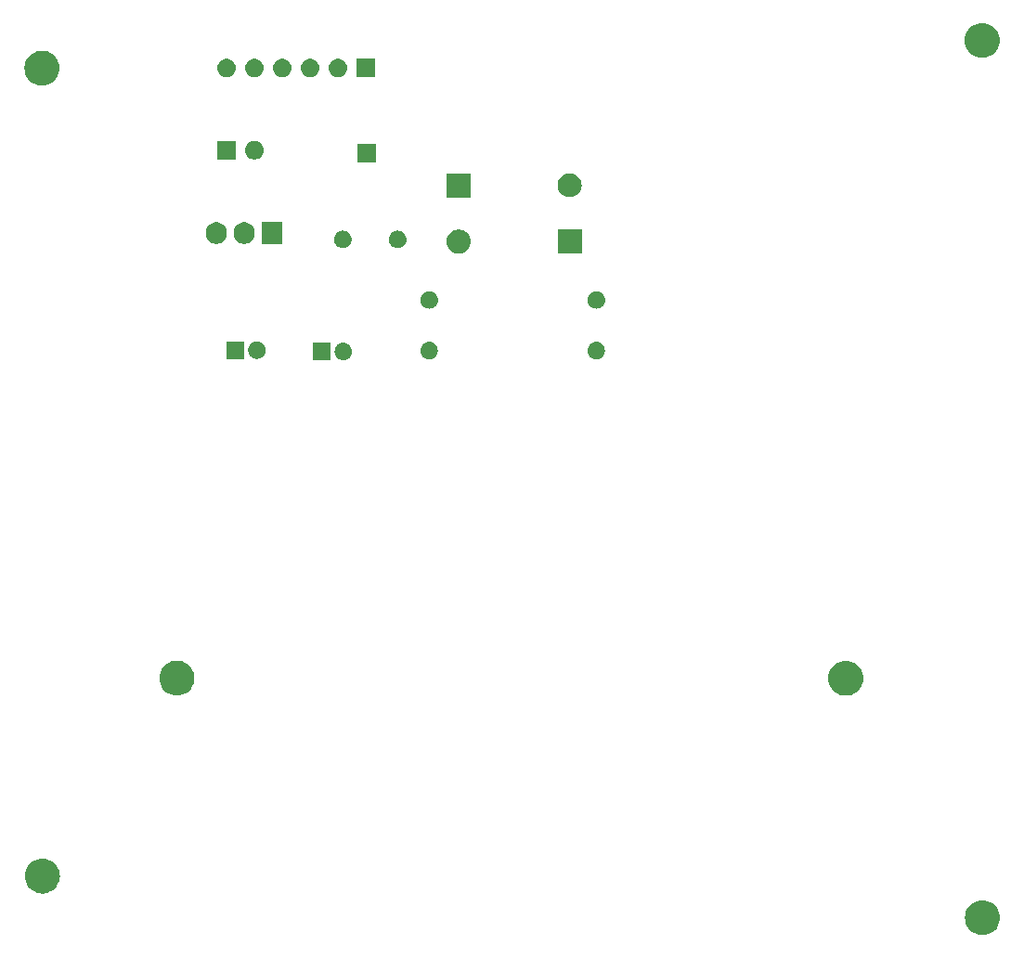
<source format=gbr>
%TF.GenerationSoftware,KiCad,Pcbnew,8.0.3*%
%TF.CreationDate,2024-06-12T06:35:03+01:00*%
%TF.ProjectId,power_sources,706f7765-725f-4736-9f75-726365732e6b,rev?*%
%TF.SameCoordinates,Original*%
%TF.FileFunction,Soldermask,Bot*%
%TF.FilePolarity,Negative*%
%FSLAX46Y46*%
G04 Gerber Fmt 4.6, Leading zero omitted, Abs format (unit mm)*
G04 Created by KiCad (PCBNEW 8.0.3) date 2024-06-12 06:35:03*
%MOMM*%
%LPD*%
G01*
G04 APERTURE LIST*
G04 APERTURE END LIST*
G36*
X181200295Y-123759699D02*
G01*
X181444427Y-123818310D01*
X181676385Y-123914390D01*
X181890456Y-124045573D01*
X182081371Y-124208629D01*
X182244427Y-124399544D01*
X182375610Y-124613615D01*
X182471690Y-124845573D01*
X182530301Y-125089705D01*
X182550000Y-125340000D01*
X182530301Y-125590295D01*
X182471690Y-125834427D01*
X182375610Y-126066385D01*
X182244427Y-126280456D01*
X182081371Y-126471371D01*
X181890456Y-126634427D01*
X181676385Y-126765610D01*
X181444427Y-126861690D01*
X181200295Y-126920301D01*
X180950000Y-126940000D01*
X180699705Y-126920301D01*
X180455573Y-126861690D01*
X180223615Y-126765610D01*
X180009544Y-126634427D01*
X179818629Y-126471371D01*
X179655573Y-126280456D01*
X179524390Y-126066385D01*
X179428310Y-125834427D01*
X179369699Y-125590295D01*
X179350000Y-125340000D01*
X179369699Y-125089705D01*
X179428310Y-124845573D01*
X179524390Y-124613615D01*
X179655573Y-124399544D01*
X179818629Y-124208629D01*
X180009544Y-124045573D01*
X180223615Y-123914390D01*
X180455573Y-123818310D01*
X180699705Y-123759699D01*
X180950000Y-123740000D01*
X181200295Y-123759699D01*
G37*
G36*
X95460295Y-119959699D02*
G01*
X95704427Y-120018310D01*
X95936385Y-120114390D01*
X96150456Y-120245573D01*
X96341371Y-120408629D01*
X96504427Y-120599544D01*
X96635610Y-120813615D01*
X96731690Y-121045573D01*
X96790301Y-121289705D01*
X96810000Y-121540000D01*
X96790301Y-121790295D01*
X96731690Y-122034427D01*
X96635610Y-122266385D01*
X96504427Y-122480456D01*
X96341371Y-122671371D01*
X96150456Y-122834427D01*
X95936385Y-122965610D01*
X95704427Y-123061690D01*
X95460295Y-123120301D01*
X95210000Y-123140000D01*
X94959705Y-123120301D01*
X94715573Y-123061690D01*
X94483615Y-122965610D01*
X94269544Y-122834427D01*
X94078629Y-122671371D01*
X93915573Y-122480456D01*
X93784390Y-122266385D01*
X93688310Y-122034427D01*
X93629699Y-121790295D01*
X93610000Y-121540000D01*
X93629699Y-121289705D01*
X93688310Y-121045573D01*
X93784390Y-120813615D01*
X93915573Y-120599544D01*
X94078629Y-120408629D01*
X94269544Y-120245573D01*
X94483615Y-120114390D01*
X94715573Y-120018310D01*
X94959705Y-119959699D01*
X95210000Y-119940000D01*
X95460295Y-119959699D01*
G37*
G36*
X168730295Y-101919699D02*
G01*
X168974427Y-101978310D01*
X169206385Y-102074390D01*
X169420456Y-102205573D01*
X169611371Y-102368629D01*
X169774427Y-102559544D01*
X169905610Y-102773615D01*
X170001690Y-103005573D01*
X170060301Y-103249705D01*
X170080000Y-103500000D01*
X170060301Y-103750295D01*
X170001690Y-103994427D01*
X169905610Y-104226385D01*
X169774427Y-104440456D01*
X169611371Y-104631371D01*
X169420456Y-104794427D01*
X169206385Y-104925610D01*
X168974427Y-105021690D01*
X168730295Y-105080301D01*
X168480000Y-105100000D01*
X168229705Y-105080301D01*
X167985573Y-105021690D01*
X167753615Y-104925610D01*
X167539544Y-104794427D01*
X167348629Y-104631371D01*
X167185573Y-104440456D01*
X167054390Y-104226385D01*
X166958310Y-103994427D01*
X166899699Y-103750295D01*
X166880000Y-103500000D01*
X166899699Y-103249705D01*
X166958310Y-103005573D01*
X167054390Y-102773615D01*
X167185573Y-102559544D01*
X167348629Y-102368629D01*
X167539544Y-102205573D01*
X167753615Y-102074390D01*
X167985573Y-101978310D01*
X168229705Y-101919699D01*
X168480000Y-101900000D01*
X168730295Y-101919699D01*
G37*
G36*
X107730295Y-101909699D02*
G01*
X107974427Y-101968310D01*
X108206385Y-102064390D01*
X108420456Y-102195573D01*
X108611371Y-102358629D01*
X108774427Y-102549544D01*
X108905610Y-102763615D01*
X109001690Y-102995573D01*
X109060301Y-103239705D01*
X109080000Y-103490000D01*
X109060301Y-103740295D01*
X109001690Y-103984427D01*
X108905610Y-104216385D01*
X108774427Y-104430456D01*
X108611371Y-104621371D01*
X108420456Y-104784427D01*
X108206385Y-104915610D01*
X107974427Y-105011690D01*
X107730295Y-105070301D01*
X107480000Y-105090000D01*
X107229705Y-105070301D01*
X106985573Y-105011690D01*
X106753615Y-104915610D01*
X106539544Y-104784427D01*
X106348629Y-104621371D01*
X106185573Y-104430456D01*
X106054390Y-104216385D01*
X105958310Y-103984427D01*
X105899699Y-103740295D01*
X105880000Y-103490000D01*
X105899699Y-103239705D01*
X105958310Y-102995573D01*
X106054390Y-102763615D01*
X106185573Y-102549544D01*
X106348629Y-102358629D01*
X106539544Y-102195573D01*
X106753615Y-102064390D01*
X106985573Y-101968310D01*
X107229705Y-101909699D01*
X107480000Y-101890000D01*
X107730295Y-101909699D01*
G37*
G36*
X121450000Y-74490000D02*
G01*
X119850000Y-74490000D01*
X119850000Y-72890000D01*
X121450000Y-72890000D01*
X121450000Y-74490000D01*
G37*
G36*
X122691811Y-72894711D02*
G01*
X122733588Y-72894711D01*
X122780718Y-72904728D01*
X122828017Y-72910058D01*
X122862408Y-72922092D01*
X122897110Y-72929468D01*
X122947117Y-72951733D01*
X122997107Y-72969225D01*
X123023128Y-72985575D01*
X123049835Y-72997466D01*
X123099633Y-73033646D01*
X123148792Y-73064535D01*
X123166444Y-73082187D01*
X123185084Y-73095730D01*
X123231165Y-73146908D01*
X123275465Y-73191208D01*
X123285654Y-73207424D01*
X123296946Y-73219965D01*
X123335573Y-73286870D01*
X123370775Y-73342893D01*
X123375170Y-73355453D01*
X123380535Y-73364746D01*
X123408010Y-73449305D01*
X123429942Y-73511983D01*
X123430773Y-73519363D01*
X123432195Y-73523738D01*
X123445076Y-73646306D01*
X123450000Y-73690000D01*
X123445076Y-73733697D01*
X123432195Y-73856261D01*
X123430773Y-73860635D01*
X123429942Y-73868017D01*
X123408005Y-73930707D01*
X123380535Y-74015253D01*
X123375171Y-74024543D01*
X123370775Y-74037107D01*
X123335566Y-74093140D01*
X123296946Y-74160034D01*
X123285656Y-74172572D01*
X123275465Y-74188792D01*
X123231155Y-74233101D01*
X123185084Y-74284269D01*
X123166448Y-74297808D01*
X123148792Y-74315465D01*
X123099623Y-74346359D01*
X123049835Y-74382533D01*
X123023134Y-74394421D01*
X122997107Y-74410775D01*
X122947107Y-74428270D01*
X122897110Y-74450531D01*
X122862414Y-74457905D01*
X122828017Y-74469942D01*
X122780715Y-74475271D01*
X122733588Y-74485289D01*
X122691811Y-74485289D01*
X122650000Y-74490000D01*
X122608189Y-74485289D01*
X122566412Y-74485289D01*
X122519284Y-74475271D01*
X122471983Y-74469942D01*
X122437586Y-74457906D01*
X122402889Y-74450531D01*
X122352887Y-74428268D01*
X122302893Y-74410775D01*
X122276868Y-74394422D01*
X122250164Y-74382533D01*
X122200369Y-74346355D01*
X122151208Y-74315465D01*
X122133554Y-74297811D01*
X122114915Y-74284269D01*
X122068833Y-74233090D01*
X122024535Y-74188792D01*
X122014345Y-74172575D01*
X122003053Y-74160034D01*
X121964420Y-74093120D01*
X121929225Y-74037107D01*
X121924830Y-74024547D01*
X121919464Y-74015253D01*
X121891980Y-73930667D01*
X121870058Y-73868017D01*
X121869226Y-73860639D01*
X121867804Y-73856261D01*
X121854908Y-73733565D01*
X121850000Y-73690000D01*
X121854908Y-73646438D01*
X121867804Y-73523738D01*
X121869226Y-73519358D01*
X121870058Y-73511983D01*
X121891975Y-73449345D01*
X121919464Y-73364746D01*
X121924831Y-73355449D01*
X121929225Y-73342893D01*
X121964413Y-73286890D01*
X122003053Y-73219965D01*
X122014347Y-73207421D01*
X122024535Y-73191208D01*
X122068826Y-73146916D01*
X122114917Y-73095728D01*
X122133559Y-73082183D01*
X122151208Y-73064535D01*
X122200354Y-73033654D01*
X122250162Y-72997467D01*
X122276873Y-72985574D01*
X122302893Y-72969225D01*
X122352877Y-72951734D01*
X122402889Y-72929468D01*
X122437592Y-72922091D01*
X122471983Y-72910058D01*
X122519281Y-72904728D01*
X122566412Y-72894711D01*
X122608189Y-72894711D01*
X122650000Y-72890000D01*
X122691811Y-72894711D01*
G37*
G36*
X130521811Y-72814711D02*
G01*
X130563588Y-72814711D01*
X130610718Y-72824728D01*
X130658017Y-72830058D01*
X130692408Y-72842092D01*
X130727110Y-72849468D01*
X130777117Y-72871733D01*
X130827107Y-72889225D01*
X130853128Y-72905575D01*
X130879835Y-72917466D01*
X130929633Y-72953646D01*
X130978792Y-72984535D01*
X130996444Y-73002187D01*
X131015084Y-73015730D01*
X131061165Y-73066908D01*
X131105465Y-73111208D01*
X131115654Y-73127424D01*
X131126946Y-73139965D01*
X131165573Y-73206870D01*
X131200775Y-73262893D01*
X131205170Y-73275453D01*
X131210535Y-73284746D01*
X131238010Y-73369305D01*
X131259942Y-73431983D01*
X131260773Y-73439363D01*
X131262195Y-73443738D01*
X131275076Y-73566306D01*
X131280000Y-73610000D01*
X131275076Y-73653697D01*
X131262195Y-73776261D01*
X131260773Y-73780635D01*
X131259942Y-73788017D01*
X131238005Y-73850707D01*
X131210535Y-73935253D01*
X131205171Y-73944543D01*
X131200775Y-73957107D01*
X131165566Y-74013140D01*
X131126946Y-74080034D01*
X131115656Y-74092572D01*
X131105465Y-74108792D01*
X131061155Y-74153101D01*
X131015084Y-74204269D01*
X130996448Y-74217808D01*
X130978792Y-74235465D01*
X130929623Y-74266359D01*
X130879835Y-74302533D01*
X130853134Y-74314421D01*
X130827107Y-74330775D01*
X130777107Y-74348270D01*
X130727110Y-74370531D01*
X130692414Y-74377905D01*
X130658017Y-74389942D01*
X130610715Y-74395271D01*
X130563588Y-74405289D01*
X130521811Y-74405289D01*
X130480000Y-74410000D01*
X130438189Y-74405289D01*
X130396412Y-74405289D01*
X130349284Y-74395271D01*
X130301983Y-74389942D01*
X130267586Y-74377906D01*
X130232889Y-74370531D01*
X130182887Y-74348268D01*
X130132893Y-74330775D01*
X130106868Y-74314422D01*
X130080164Y-74302533D01*
X130030369Y-74266355D01*
X129981208Y-74235465D01*
X129963554Y-74217811D01*
X129944915Y-74204269D01*
X129898833Y-74153090D01*
X129854535Y-74108792D01*
X129844345Y-74092575D01*
X129833053Y-74080034D01*
X129794420Y-74013120D01*
X129759225Y-73957107D01*
X129754830Y-73944547D01*
X129749464Y-73935253D01*
X129721980Y-73850667D01*
X129700058Y-73788017D01*
X129699226Y-73780639D01*
X129697804Y-73776261D01*
X129684908Y-73653565D01*
X129680000Y-73610000D01*
X129684908Y-73566438D01*
X129697804Y-73443738D01*
X129699226Y-73439358D01*
X129700058Y-73431983D01*
X129721975Y-73369345D01*
X129749464Y-73284746D01*
X129754831Y-73275449D01*
X129759225Y-73262893D01*
X129794413Y-73206890D01*
X129833053Y-73139965D01*
X129844347Y-73127421D01*
X129854535Y-73111208D01*
X129898826Y-73066916D01*
X129944917Y-73015728D01*
X129963559Y-73002183D01*
X129981208Y-72984535D01*
X130030354Y-72953654D01*
X130080162Y-72917467D01*
X130106873Y-72905574D01*
X130132893Y-72889225D01*
X130182877Y-72871734D01*
X130232889Y-72849468D01*
X130267592Y-72842091D01*
X130301983Y-72830058D01*
X130349281Y-72824728D01*
X130396412Y-72814711D01*
X130438189Y-72814711D01*
X130480000Y-72810000D01*
X130521811Y-72814711D01*
G37*
G36*
X145761811Y-72814711D02*
G01*
X145803588Y-72814711D01*
X145850718Y-72824728D01*
X145898017Y-72830058D01*
X145932408Y-72842092D01*
X145967110Y-72849468D01*
X146017117Y-72871733D01*
X146067107Y-72889225D01*
X146093128Y-72905575D01*
X146119835Y-72917466D01*
X146169633Y-72953646D01*
X146218792Y-72984535D01*
X146236444Y-73002187D01*
X146255084Y-73015730D01*
X146301165Y-73066908D01*
X146345465Y-73111208D01*
X146355654Y-73127424D01*
X146366946Y-73139965D01*
X146405573Y-73206870D01*
X146440775Y-73262893D01*
X146445170Y-73275453D01*
X146450535Y-73284746D01*
X146478010Y-73369305D01*
X146499942Y-73431983D01*
X146500773Y-73439363D01*
X146502195Y-73443738D01*
X146515076Y-73566306D01*
X146520000Y-73610000D01*
X146515076Y-73653697D01*
X146502195Y-73776261D01*
X146500773Y-73780635D01*
X146499942Y-73788017D01*
X146478005Y-73850707D01*
X146450535Y-73935253D01*
X146445171Y-73944543D01*
X146440775Y-73957107D01*
X146405566Y-74013140D01*
X146366946Y-74080034D01*
X146355656Y-74092572D01*
X146345465Y-74108792D01*
X146301155Y-74153101D01*
X146255084Y-74204269D01*
X146236448Y-74217808D01*
X146218792Y-74235465D01*
X146169623Y-74266359D01*
X146119835Y-74302533D01*
X146093134Y-74314421D01*
X146067107Y-74330775D01*
X146017107Y-74348270D01*
X145967110Y-74370531D01*
X145932414Y-74377905D01*
X145898017Y-74389942D01*
X145850715Y-74395271D01*
X145803588Y-74405289D01*
X145761811Y-74405289D01*
X145720000Y-74410000D01*
X145678189Y-74405289D01*
X145636412Y-74405289D01*
X145589284Y-74395271D01*
X145541983Y-74389942D01*
X145507586Y-74377906D01*
X145472889Y-74370531D01*
X145422887Y-74348268D01*
X145372893Y-74330775D01*
X145346868Y-74314422D01*
X145320164Y-74302533D01*
X145270369Y-74266355D01*
X145221208Y-74235465D01*
X145203554Y-74217811D01*
X145184915Y-74204269D01*
X145138833Y-74153090D01*
X145094535Y-74108792D01*
X145084345Y-74092575D01*
X145073053Y-74080034D01*
X145034420Y-74013120D01*
X144999225Y-73957107D01*
X144994830Y-73944547D01*
X144989464Y-73935253D01*
X144961980Y-73850667D01*
X144940058Y-73788017D01*
X144939226Y-73780639D01*
X144937804Y-73776261D01*
X144924908Y-73653565D01*
X144920000Y-73610000D01*
X144924908Y-73566438D01*
X144937804Y-73443738D01*
X144939226Y-73439358D01*
X144940058Y-73431983D01*
X144961975Y-73369345D01*
X144989464Y-73284746D01*
X144994831Y-73275449D01*
X144999225Y-73262893D01*
X145034413Y-73206890D01*
X145073053Y-73139965D01*
X145084347Y-73127421D01*
X145094535Y-73111208D01*
X145138826Y-73066916D01*
X145184917Y-73015728D01*
X145203559Y-73002183D01*
X145221208Y-72984535D01*
X145270354Y-72953654D01*
X145320162Y-72917467D01*
X145346873Y-72905574D01*
X145372893Y-72889225D01*
X145422877Y-72871734D01*
X145472889Y-72849468D01*
X145507592Y-72842091D01*
X145541983Y-72830058D01*
X145589281Y-72824728D01*
X145636412Y-72814711D01*
X145678189Y-72814711D01*
X145720000Y-72810000D01*
X145761811Y-72814711D01*
G37*
G36*
X113574900Y-74380000D02*
G01*
X111974900Y-74380000D01*
X111974900Y-72780000D01*
X113574900Y-72780000D01*
X113574900Y-74380000D01*
G37*
G36*
X114816711Y-72784711D02*
G01*
X114858488Y-72784711D01*
X114905618Y-72794728D01*
X114952917Y-72800058D01*
X114987308Y-72812092D01*
X115022010Y-72819468D01*
X115072017Y-72841733D01*
X115122007Y-72859225D01*
X115148028Y-72875575D01*
X115174735Y-72887466D01*
X115224533Y-72923646D01*
X115273692Y-72954535D01*
X115291344Y-72972187D01*
X115309984Y-72985730D01*
X115356065Y-73036908D01*
X115400365Y-73081208D01*
X115410554Y-73097424D01*
X115421846Y-73109965D01*
X115460473Y-73176870D01*
X115495675Y-73232893D01*
X115500070Y-73245453D01*
X115505435Y-73254746D01*
X115532910Y-73339305D01*
X115554842Y-73401983D01*
X115555673Y-73409363D01*
X115557095Y-73413738D01*
X115569976Y-73536306D01*
X115574900Y-73580000D01*
X115569976Y-73623697D01*
X115557095Y-73746261D01*
X115555673Y-73750635D01*
X115554842Y-73758017D01*
X115532905Y-73820707D01*
X115505435Y-73905253D01*
X115500071Y-73914543D01*
X115495675Y-73927107D01*
X115460466Y-73983140D01*
X115421846Y-74050034D01*
X115410556Y-74062572D01*
X115400365Y-74078792D01*
X115356055Y-74123101D01*
X115309984Y-74174269D01*
X115291348Y-74187808D01*
X115273692Y-74205465D01*
X115224523Y-74236359D01*
X115174735Y-74272533D01*
X115148034Y-74284421D01*
X115122007Y-74300775D01*
X115072007Y-74318270D01*
X115022010Y-74340531D01*
X114987314Y-74347905D01*
X114952917Y-74359942D01*
X114905615Y-74365271D01*
X114858488Y-74375289D01*
X114816711Y-74375289D01*
X114774900Y-74380000D01*
X114733089Y-74375289D01*
X114691312Y-74375289D01*
X114644184Y-74365271D01*
X114596883Y-74359942D01*
X114562486Y-74347906D01*
X114527789Y-74340531D01*
X114477787Y-74318268D01*
X114427793Y-74300775D01*
X114401768Y-74284422D01*
X114375064Y-74272533D01*
X114325269Y-74236355D01*
X114276108Y-74205465D01*
X114258454Y-74187811D01*
X114239815Y-74174269D01*
X114193733Y-74123090D01*
X114149435Y-74078792D01*
X114139245Y-74062575D01*
X114127953Y-74050034D01*
X114089320Y-73983120D01*
X114054125Y-73927107D01*
X114049730Y-73914547D01*
X114044364Y-73905253D01*
X114016880Y-73820667D01*
X113994958Y-73758017D01*
X113994126Y-73750639D01*
X113992704Y-73746261D01*
X113979808Y-73623565D01*
X113974900Y-73580000D01*
X113979808Y-73536438D01*
X113992704Y-73413738D01*
X113994126Y-73409358D01*
X113994958Y-73401983D01*
X114016875Y-73339345D01*
X114044364Y-73254746D01*
X114049731Y-73245449D01*
X114054125Y-73232893D01*
X114089313Y-73176890D01*
X114127953Y-73109965D01*
X114139247Y-73097421D01*
X114149435Y-73081208D01*
X114193726Y-73036916D01*
X114239817Y-72985728D01*
X114258459Y-72972183D01*
X114276108Y-72954535D01*
X114325254Y-72923654D01*
X114375062Y-72887467D01*
X114401773Y-72875574D01*
X114427793Y-72859225D01*
X114477777Y-72841734D01*
X114527789Y-72819468D01*
X114562492Y-72812091D01*
X114596883Y-72800058D01*
X114644181Y-72794728D01*
X114691312Y-72784711D01*
X114733089Y-72784711D01*
X114774900Y-72780000D01*
X114816711Y-72784711D01*
G37*
G36*
X130531811Y-68204711D02*
G01*
X130573588Y-68204711D01*
X130620718Y-68214728D01*
X130668017Y-68220058D01*
X130702408Y-68232092D01*
X130737110Y-68239468D01*
X130787117Y-68261733D01*
X130837107Y-68279225D01*
X130863128Y-68295575D01*
X130889835Y-68307466D01*
X130939633Y-68343646D01*
X130988792Y-68374535D01*
X131006444Y-68392187D01*
X131025084Y-68405730D01*
X131071165Y-68456908D01*
X131115465Y-68501208D01*
X131125654Y-68517424D01*
X131136946Y-68529965D01*
X131175573Y-68596870D01*
X131210775Y-68652893D01*
X131215170Y-68665453D01*
X131220535Y-68674746D01*
X131248010Y-68759305D01*
X131269942Y-68821983D01*
X131270773Y-68829363D01*
X131272195Y-68833738D01*
X131285076Y-68956306D01*
X131290000Y-69000000D01*
X131285076Y-69043697D01*
X131272195Y-69166261D01*
X131270773Y-69170635D01*
X131269942Y-69178017D01*
X131248005Y-69240707D01*
X131220535Y-69325253D01*
X131215171Y-69334543D01*
X131210775Y-69347107D01*
X131175566Y-69403140D01*
X131136946Y-69470034D01*
X131125656Y-69482572D01*
X131115465Y-69498792D01*
X131071155Y-69543101D01*
X131025084Y-69594269D01*
X131006448Y-69607808D01*
X130988792Y-69625465D01*
X130939623Y-69656359D01*
X130889835Y-69692533D01*
X130863134Y-69704421D01*
X130837107Y-69720775D01*
X130787107Y-69738270D01*
X130737110Y-69760531D01*
X130702414Y-69767905D01*
X130668017Y-69779942D01*
X130620715Y-69785271D01*
X130573588Y-69795289D01*
X130531811Y-69795289D01*
X130490000Y-69800000D01*
X130448189Y-69795289D01*
X130406412Y-69795289D01*
X130359284Y-69785271D01*
X130311983Y-69779942D01*
X130277586Y-69767906D01*
X130242889Y-69760531D01*
X130192887Y-69738268D01*
X130142893Y-69720775D01*
X130116868Y-69704422D01*
X130090164Y-69692533D01*
X130040369Y-69656355D01*
X129991208Y-69625465D01*
X129973554Y-69607811D01*
X129954915Y-69594269D01*
X129908833Y-69543090D01*
X129864535Y-69498792D01*
X129854345Y-69482575D01*
X129843053Y-69470034D01*
X129804420Y-69403120D01*
X129769225Y-69347107D01*
X129764830Y-69334547D01*
X129759464Y-69325253D01*
X129731980Y-69240667D01*
X129710058Y-69178017D01*
X129709226Y-69170639D01*
X129707804Y-69166261D01*
X129694908Y-69043565D01*
X129690000Y-69000000D01*
X129694908Y-68956438D01*
X129707804Y-68833738D01*
X129709226Y-68829358D01*
X129710058Y-68821983D01*
X129731975Y-68759345D01*
X129759464Y-68674746D01*
X129764831Y-68665449D01*
X129769225Y-68652893D01*
X129804413Y-68596890D01*
X129843053Y-68529965D01*
X129854347Y-68517421D01*
X129864535Y-68501208D01*
X129908826Y-68456916D01*
X129954917Y-68405728D01*
X129973559Y-68392183D01*
X129991208Y-68374535D01*
X130040354Y-68343654D01*
X130090162Y-68307467D01*
X130116873Y-68295574D01*
X130142893Y-68279225D01*
X130192877Y-68261734D01*
X130242889Y-68239468D01*
X130277592Y-68232091D01*
X130311983Y-68220058D01*
X130359281Y-68214728D01*
X130406412Y-68204711D01*
X130448189Y-68204711D01*
X130490000Y-68200000D01*
X130531811Y-68204711D01*
G37*
G36*
X145771811Y-68204711D02*
G01*
X145813588Y-68204711D01*
X145860718Y-68214728D01*
X145908017Y-68220058D01*
X145942408Y-68232092D01*
X145977110Y-68239468D01*
X146027117Y-68261733D01*
X146077107Y-68279225D01*
X146103128Y-68295575D01*
X146129835Y-68307466D01*
X146179633Y-68343646D01*
X146228792Y-68374535D01*
X146246444Y-68392187D01*
X146265084Y-68405730D01*
X146311165Y-68456908D01*
X146355465Y-68501208D01*
X146365654Y-68517424D01*
X146376946Y-68529965D01*
X146415573Y-68596870D01*
X146450775Y-68652893D01*
X146455170Y-68665453D01*
X146460535Y-68674746D01*
X146488010Y-68759305D01*
X146509942Y-68821983D01*
X146510773Y-68829363D01*
X146512195Y-68833738D01*
X146525076Y-68956306D01*
X146530000Y-69000000D01*
X146525076Y-69043697D01*
X146512195Y-69166261D01*
X146510773Y-69170635D01*
X146509942Y-69178017D01*
X146488005Y-69240707D01*
X146460535Y-69325253D01*
X146455171Y-69334543D01*
X146450775Y-69347107D01*
X146415566Y-69403140D01*
X146376946Y-69470034D01*
X146365656Y-69482572D01*
X146355465Y-69498792D01*
X146311155Y-69543101D01*
X146265084Y-69594269D01*
X146246448Y-69607808D01*
X146228792Y-69625465D01*
X146179623Y-69656359D01*
X146129835Y-69692533D01*
X146103134Y-69704421D01*
X146077107Y-69720775D01*
X146027107Y-69738270D01*
X145977110Y-69760531D01*
X145942414Y-69767905D01*
X145908017Y-69779942D01*
X145860715Y-69785271D01*
X145813588Y-69795289D01*
X145771811Y-69795289D01*
X145730000Y-69800000D01*
X145688189Y-69795289D01*
X145646412Y-69795289D01*
X145599284Y-69785271D01*
X145551983Y-69779942D01*
X145517586Y-69767906D01*
X145482889Y-69760531D01*
X145432887Y-69738268D01*
X145382893Y-69720775D01*
X145356868Y-69704422D01*
X145330164Y-69692533D01*
X145280369Y-69656355D01*
X145231208Y-69625465D01*
X145213554Y-69607811D01*
X145194915Y-69594269D01*
X145148833Y-69543090D01*
X145104535Y-69498792D01*
X145094345Y-69482575D01*
X145083053Y-69470034D01*
X145044420Y-69403120D01*
X145009225Y-69347107D01*
X145004830Y-69334547D01*
X144999464Y-69325253D01*
X144971980Y-69240667D01*
X144950058Y-69178017D01*
X144949226Y-69170639D01*
X144947804Y-69166261D01*
X144934908Y-69043565D01*
X144930000Y-69000000D01*
X144934908Y-68956438D01*
X144947804Y-68833738D01*
X144949226Y-68829358D01*
X144950058Y-68821983D01*
X144971975Y-68759345D01*
X144999464Y-68674746D01*
X145004831Y-68665449D01*
X145009225Y-68652893D01*
X145044413Y-68596890D01*
X145083053Y-68529965D01*
X145094347Y-68517421D01*
X145104535Y-68501208D01*
X145148826Y-68456916D01*
X145194917Y-68405728D01*
X145213559Y-68392183D01*
X145231208Y-68374535D01*
X145280354Y-68343654D01*
X145330162Y-68307467D01*
X145356873Y-68295574D01*
X145382893Y-68279225D01*
X145432877Y-68261734D01*
X145482889Y-68239468D01*
X145517592Y-68232091D01*
X145551983Y-68220058D01*
X145599281Y-68214728D01*
X145646412Y-68204711D01*
X145688189Y-68204711D01*
X145730000Y-68200000D01*
X145771811Y-68204711D01*
G37*
G36*
X144450000Y-64760000D02*
G01*
X142250000Y-64760000D01*
X142250000Y-62560000D01*
X144450000Y-62560000D01*
X144450000Y-64760000D01*
G37*
G36*
X133491029Y-62601992D02*
G01*
X133680312Y-62675320D01*
X133852898Y-62782181D01*
X134002910Y-62918935D01*
X134125239Y-63080925D01*
X134215719Y-63262634D01*
X134271270Y-63457876D01*
X134290000Y-63660000D01*
X134271270Y-63862124D01*
X134215719Y-64057366D01*
X134125239Y-64239075D01*
X134002910Y-64401065D01*
X133852898Y-64537819D01*
X133680312Y-64644680D01*
X133491029Y-64718008D01*
X133291495Y-64755308D01*
X133088505Y-64755308D01*
X132888971Y-64718008D01*
X132699688Y-64644680D01*
X132527102Y-64537819D01*
X132377090Y-64401065D01*
X132254761Y-64239075D01*
X132164281Y-64057366D01*
X132108730Y-63862124D01*
X132090000Y-63660000D01*
X132108730Y-63457876D01*
X132164281Y-63262634D01*
X132254761Y-63080925D01*
X132377090Y-62918935D01*
X132527102Y-62782181D01*
X132699688Y-62675320D01*
X132888971Y-62601992D01*
X133088505Y-62564692D01*
X133291495Y-62564692D01*
X133491029Y-62601992D01*
G37*
G36*
X122651811Y-62674711D02*
G01*
X122693588Y-62674711D01*
X122740718Y-62684728D01*
X122788017Y-62690058D01*
X122822408Y-62702092D01*
X122857110Y-62709468D01*
X122907117Y-62731733D01*
X122957107Y-62749225D01*
X122983128Y-62765575D01*
X123009835Y-62777466D01*
X123059633Y-62813646D01*
X123108792Y-62844535D01*
X123126444Y-62862187D01*
X123145084Y-62875730D01*
X123191165Y-62926908D01*
X123235465Y-62971208D01*
X123245654Y-62987424D01*
X123256946Y-62999965D01*
X123295573Y-63066870D01*
X123330775Y-63122893D01*
X123335170Y-63135453D01*
X123340535Y-63144746D01*
X123368010Y-63229305D01*
X123389942Y-63291983D01*
X123390773Y-63299363D01*
X123392195Y-63303738D01*
X123405076Y-63426306D01*
X123410000Y-63470000D01*
X123405076Y-63513697D01*
X123392195Y-63636261D01*
X123390773Y-63640635D01*
X123389942Y-63648017D01*
X123368005Y-63710707D01*
X123340535Y-63795253D01*
X123335171Y-63804543D01*
X123330775Y-63817107D01*
X123295566Y-63873140D01*
X123256946Y-63940034D01*
X123245656Y-63952572D01*
X123235465Y-63968792D01*
X123191155Y-64013101D01*
X123145084Y-64064269D01*
X123126448Y-64077808D01*
X123108792Y-64095465D01*
X123059623Y-64126359D01*
X123009835Y-64162533D01*
X122983134Y-64174421D01*
X122957107Y-64190775D01*
X122907107Y-64208270D01*
X122857110Y-64230531D01*
X122822414Y-64237905D01*
X122788017Y-64249942D01*
X122740715Y-64255271D01*
X122693588Y-64265289D01*
X122651811Y-64265289D01*
X122610000Y-64270000D01*
X122568189Y-64265289D01*
X122526412Y-64265289D01*
X122479284Y-64255271D01*
X122431983Y-64249942D01*
X122397586Y-64237906D01*
X122362889Y-64230531D01*
X122312887Y-64208268D01*
X122262893Y-64190775D01*
X122236868Y-64174422D01*
X122210164Y-64162533D01*
X122160369Y-64126355D01*
X122111208Y-64095465D01*
X122093554Y-64077811D01*
X122074915Y-64064269D01*
X122028833Y-64013090D01*
X121984535Y-63968792D01*
X121974345Y-63952575D01*
X121963053Y-63940034D01*
X121924420Y-63873120D01*
X121889225Y-63817107D01*
X121884830Y-63804547D01*
X121879464Y-63795253D01*
X121851980Y-63710667D01*
X121830058Y-63648017D01*
X121829226Y-63640639D01*
X121827804Y-63636261D01*
X121814908Y-63513565D01*
X121810000Y-63470000D01*
X121814908Y-63426438D01*
X121827804Y-63303738D01*
X121829226Y-63299358D01*
X121830058Y-63291983D01*
X121851975Y-63229345D01*
X121879464Y-63144746D01*
X121884831Y-63135449D01*
X121889225Y-63122893D01*
X121924413Y-63066890D01*
X121963053Y-62999965D01*
X121974347Y-62987421D01*
X121984535Y-62971208D01*
X122028826Y-62926916D01*
X122074917Y-62875728D01*
X122093559Y-62862183D01*
X122111208Y-62844535D01*
X122160354Y-62813654D01*
X122210162Y-62777467D01*
X122236873Y-62765574D01*
X122262893Y-62749225D01*
X122312877Y-62731734D01*
X122362889Y-62709468D01*
X122397592Y-62702091D01*
X122431983Y-62690058D01*
X122479281Y-62684728D01*
X122526412Y-62674711D01*
X122568189Y-62674711D01*
X122610000Y-62670000D01*
X122651811Y-62674711D01*
G37*
G36*
X127651811Y-62674711D02*
G01*
X127693588Y-62674711D01*
X127740718Y-62684728D01*
X127788017Y-62690058D01*
X127822408Y-62702092D01*
X127857110Y-62709468D01*
X127907117Y-62731733D01*
X127957107Y-62749225D01*
X127983128Y-62765575D01*
X128009835Y-62777466D01*
X128059633Y-62813646D01*
X128108792Y-62844535D01*
X128126444Y-62862187D01*
X128145084Y-62875730D01*
X128191165Y-62926908D01*
X128235465Y-62971208D01*
X128245654Y-62987424D01*
X128256946Y-62999965D01*
X128295573Y-63066870D01*
X128330775Y-63122893D01*
X128335170Y-63135453D01*
X128340535Y-63144746D01*
X128368010Y-63229305D01*
X128389942Y-63291983D01*
X128390773Y-63299363D01*
X128392195Y-63303738D01*
X128405076Y-63426306D01*
X128410000Y-63470000D01*
X128405076Y-63513697D01*
X128392195Y-63636261D01*
X128390773Y-63640635D01*
X128389942Y-63648017D01*
X128368005Y-63710707D01*
X128340535Y-63795253D01*
X128335171Y-63804543D01*
X128330775Y-63817107D01*
X128295566Y-63873140D01*
X128256946Y-63940034D01*
X128245656Y-63952572D01*
X128235465Y-63968792D01*
X128191155Y-64013101D01*
X128145084Y-64064269D01*
X128126448Y-64077808D01*
X128108792Y-64095465D01*
X128059623Y-64126359D01*
X128009835Y-64162533D01*
X127983134Y-64174421D01*
X127957107Y-64190775D01*
X127907107Y-64208270D01*
X127857110Y-64230531D01*
X127822414Y-64237905D01*
X127788017Y-64249942D01*
X127740715Y-64255271D01*
X127693588Y-64265289D01*
X127651811Y-64265289D01*
X127610000Y-64270000D01*
X127568189Y-64265289D01*
X127526412Y-64265289D01*
X127479284Y-64255271D01*
X127431983Y-64249942D01*
X127397586Y-64237906D01*
X127362889Y-64230531D01*
X127312887Y-64208268D01*
X127262893Y-64190775D01*
X127236868Y-64174422D01*
X127210164Y-64162533D01*
X127160369Y-64126355D01*
X127111208Y-64095465D01*
X127093554Y-64077811D01*
X127074915Y-64064269D01*
X127028833Y-64013090D01*
X126984535Y-63968792D01*
X126974345Y-63952575D01*
X126963053Y-63940034D01*
X126924420Y-63873120D01*
X126889225Y-63817107D01*
X126884830Y-63804547D01*
X126879464Y-63795253D01*
X126851980Y-63710667D01*
X126830058Y-63648017D01*
X126829226Y-63640639D01*
X126827804Y-63636261D01*
X126814908Y-63513565D01*
X126810000Y-63470000D01*
X126814908Y-63426438D01*
X126827804Y-63303738D01*
X126829226Y-63299358D01*
X126830058Y-63291983D01*
X126851975Y-63229345D01*
X126879464Y-63144746D01*
X126884831Y-63135449D01*
X126889225Y-63122893D01*
X126924413Y-63066890D01*
X126963053Y-62999965D01*
X126974347Y-62987421D01*
X126984535Y-62971208D01*
X127028826Y-62926916D01*
X127074917Y-62875728D01*
X127093559Y-62862183D01*
X127111208Y-62844535D01*
X127160354Y-62813654D01*
X127210162Y-62777467D01*
X127236873Y-62765574D01*
X127262893Y-62749225D01*
X127312877Y-62731734D01*
X127362889Y-62709468D01*
X127397592Y-62702091D01*
X127431983Y-62690058D01*
X127479281Y-62684728D01*
X127526412Y-62674711D01*
X127568189Y-62674711D01*
X127610000Y-62670000D01*
X127651811Y-62674711D01*
G37*
G36*
X117092500Y-63910000D02*
G01*
X115187500Y-63910000D01*
X115187500Y-61910000D01*
X117092500Y-61910000D01*
X117092500Y-63910000D01*
G37*
G36*
X111336496Y-61951014D02*
G01*
X111509005Y-62022470D01*
X111664260Y-62126208D01*
X111796292Y-62258240D01*
X111900030Y-62413495D01*
X111971486Y-62586004D01*
X112007913Y-62769139D01*
X112012500Y-62957500D01*
X112007913Y-63050861D01*
X111971486Y-63233996D01*
X111900030Y-63406505D01*
X111796292Y-63561760D01*
X111664260Y-63693792D01*
X111509005Y-63797530D01*
X111336496Y-63868986D01*
X111153361Y-63905413D01*
X110966639Y-63905413D01*
X110783504Y-63868986D01*
X110610995Y-63797530D01*
X110455740Y-63693792D01*
X110323708Y-63561760D01*
X110219970Y-63406505D01*
X110148514Y-63233996D01*
X110112087Y-63050861D01*
X110107500Y-62862500D01*
X110112087Y-62769139D01*
X110148514Y-62586004D01*
X110219970Y-62413495D01*
X110323708Y-62258240D01*
X110455740Y-62126208D01*
X110610995Y-62022470D01*
X110783504Y-61951014D01*
X110966639Y-61914587D01*
X111153361Y-61914587D01*
X111336496Y-61951014D01*
G37*
G36*
X113876496Y-61951014D02*
G01*
X114049005Y-62022470D01*
X114204260Y-62126208D01*
X114336292Y-62258240D01*
X114440030Y-62413495D01*
X114511486Y-62586004D01*
X114547913Y-62769139D01*
X114552500Y-62957500D01*
X114547913Y-63050861D01*
X114511486Y-63233996D01*
X114440030Y-63406505D01*
X114336292Y-63561760D01*
X114204260Y-63693792D01*
X114049005Y-63797530D01*
X113876496Y-63868986D01*
X113693361Y-63905413D01*
X113506639Y-63905413D01*
X113323504Y-63868986D01*
X113150995Y-63797530D01*
X112995740Y-63693792D01*
X112863708Y-63561760D01*
X112759970Y-63406505D01*
X112688514Y-63233996D01*
X112652087Y-63050861D01*
X112647500Y-62862500D01*
X112652087Y-62769139D01*
X112688514Y-62586004D01*
X112759970Y-62413495D01*
X112863708Y-62258240D01*
X112995740Y-62126208D01*
X113150995Y-62022470D01*
X113323504Y-61951014D01*
X113506639Y-61914587D01*
X113693361Y-61914587D01*
X113876496Y-61951014D01*
G37*
G36*
X134230000Y-59640000D02*
G01*
X132030000Y-59640000D01*
X132030000Y-57440000D01*
X134230000Y-57440000D01*
X134230000Y-59640000D01*
G37*
G36*
X143591029Y-57481992D02*
G01*
X143780312Y-57555320D01*
X143952898Y-57662181D01*
X144102910Y-57798935D01*
X144225239Y-57960925D01*
X144315719Y-58142634D01*
X144371270Y-58337876D01*
X144390000Y-58540000D01*
X144371270Y-58742124D01*
X144315719Y-58937366D01*
X144225239Y-59119075D01*
X144102910Y-59281065D01*
X143952898Y-59417819D01*
X143780312Y-59524680D01*
X143591029Y-59598008D01*
X143391495Y-59635308D01*
X143188505Y-59635308D01*
X142988971Y-59598008D01*
X142799688Y-59524680D01*
X142627102Y-59417819D01*
X142477090Y-59281065D01*
X142354761Y-59119075D01*
X142264281Y-58937366D01*
X142208730Y-58742124D01*
X142190000Y-58540000D01*
X142208730Y-58337876D01*
X142264281Y-58142634D01*
X142354761Y-57960925D01*
X142477090Y-57798935D01*
X142627102Y-57662181D01*
X142799688Y-57555320D01*
X142988971Y-57481992D01*
X143188505Y-57444692D01*
X143391495Y-57444692D01*
X143591029Y-57481992D01*
G37*
G36*
X125600000Y-56460000D02*
G01*
X123900000Y-56460000D01*
X123900000Y-54760000D01*
X125600000Y-54760000D01*
X125600000Y-56460000D01*
G37*
G36*
X112850000Y-56195000D02*
G01*
X111150000Y-56195000D01*
X111150000Y-54495000D01*
X112850000Y-54495000D01*
X112850000Y-56195000D01*
G37*
G36*
X114802664Y-54536602D02*
G01*
X114965000Y-54608878D01*
X115108761Y-54713327D01*
X115227664Y-54845383D01*
X115316514Y-54999274D01*
X115371425Y-55168275D01*
X115390000Y-55345000D01*
X115371425Y-55521725D01*
X115316514Y-55690726D01*
X115227664Y-55844617D01*
X115108761Y-55976673D01*
X114965000Y-56081122D01*
X114802664Y-56153398D01*
X114628849Y-56190344D01*
X114451151Y-56190344D01*
X114277336Y-56153398D01*
X114115000Y-56081122D01*
X113971239Y-55976673D01*
X113852336Y-55844617D01*
X113763486Y-55690726D01*
X113708575Y-55521725D01*
X113690000Y-55345000D01*
X113708575Y-55168275D01*
X113763486Y-54999274D01*
X113852336Y-54845383D01*
X113971239Y-54713327D01*
X114115000Y-54608878D01*
X114277336Y-54536602D01*
X114451151Y-54499656D01*
X114628849Y-54499656D01*
X114802664Y-54536602D01*
G37*
G36*
X95420295Y-46279699D02*
G01*
X95664427Y-46338310D01*
X95896385Y-46434390D01*
X96110456Y-46565573D01*
X96301371Y-46728629D01*
X96464427Y-46919544D01*
X96595610Y-47133615D01*
X96691690Y-47365573D01*
X96750301Y-47609705D01*
X96770000Y-47860000D01*
X96750301Y-48110295D01*
X96691690Y-48354427D01*
X96595610Y-48586385D01*
X96464427Y-48800456D01*
X96301371Y-48991371D01*
X96110456Y-49154427D01*
X95896385Y-49285610D01*
X95664427Y-49381690D01*
X95420295Y-49440301D01*
X95170000Y-49460000D01*
X94919705Y-49440301D01*
X94675573Y-49381690D01*
X94443615Y-49285610D01*
X94229544Y-49154427D01*
X94038629Y-48991371D01*
X93875573Y-48800456D01*
X93744390Y-48586385D01*
X93648310Y-48354427D01*
X93589699Y-48110295D01*
X93570000Y-47860000D01*
X93589699Y-47609705D01*
X93648310Y-47365573D01*
X93744390Y-47133615D01*
X93875573Y-46919544D01*
X94038629Y-46728629D01*
X94229544Y-46565573D01*
X94443615Y-46434390D01*
X94675573Y-46338310D01*
X94919705Y-46279699D01*
X95170000Y-46260000D01*
X95420295Y-46279699D01*
G37*
G36*
X125560000Y-48710000D02*
G01*
X123860000Y-48710000D01*
X123860000Y-47010000D01*
X125560000Y-47010000D01*
X125560000Y-48710000D01*
G37*
G36*
X112272664Y-47051602D02*
G01*
X112435000Y-47123878D01*
X112578761Y-47228327D01*
X112697664Y-47360383D01*
X112786514Y-47514274D01*
X112841425Y-47683275D01*
X112860000Y-47860000D01*
X112841425Y-48036725D01*
X112786514Y-48205726D01*
X112697664Y-48359617D01*
X112578761Y-48491673D01*
X112435000Y-48596122D01*
X112272664Y-48668398D01*
X112098849Y-48705344D01*
X111921151Y-48705344D01*
X111747336Y-48668398D01*
X111585000Y-48596122D01*
X111441239Y-48491673D01*
X111322336Y-48359617D01*
X111233486Y-48205726D01*
X111178575Y-48036725D01*
X111160000Y-47860000D01*
X111178575Y-47683275D01*
X111233486Y-47514274D01*
X111322336Y-47360383D01*
X111441239Y-47228327D01*
X111585000Y-47123878D01*
X111747336Y-47051602D01*
X111921151Y-47014656D01*
X112098849Y-47014656D01*
X112272664Y-47051602D01*
G37*
G36*
X114812664Y-47051602D02*
G01*
X114975000Y-47123878D01*
X115118761Y-47228327D01*
X115237664Y-47360383D01*
X115326514Y-47514274D01*
X115381425Y-47683275D01*
X115400000Y-47860000D01*
X115381425Y-48036725D01*
X115326514Y-48205726D01*
X115237664Y-48359617D01*
X115118761Y-48491673D01*
X114975000Y-48596122D01*
X114812664Y-48668398D01*
X114638849Y-48705344D01*
X114461151Y-48705344D01*
X114287336Y-48668398D01*
X114125000Y-48596122D01*
X113981239Y-48491673D01*
X113862336Y-48359617D01*
X113773486Y-48205726D01*
X113718575Y-48036725D01*
X113700000Y-47860000D01*
X113718575Y-47683275D01*
X113773486Y-47514274D01*
X113862336Y-47360383D01*
X113981239Y-47228327D01*
X114125000Y-47123878D01*
X114287336Y-47051602D01*
X114461151Y-47014656D01*
X114638849Y-47014656D01*
X114812664Y-47051602D01*
G37*
G36*
X117352664Y-47051602D02*
G01*
X117515000Y-47123878D01*
X117658761Y-47228327D01*
X117777664Y-47360383D01*
X117866514Y-47514274D01*
X117921425Y-47683275D01*
X117940000Y-47860000D01*
X117921425Y-48036725D01*
X117866514Y-48205726D01*
X117777664Y-48359617D01*
X117658761Y-48491673D01*
X117515000Y-48596122D01*
X117352664Y-48668398D01*
X117178849Y-48705344D01*
X117001151Y-48705344D01*
X116827336Y-48668398D01*
X116665000Y-48596122D01*
X116521239Y-48491673D01*
X116402336Y-48359617D01*
X116313486Y-48205726D01*
X116258575Y-48036725D01*
X116240000Y-47860000D01*
X116258575Y-47683275D01*
X116313486Y-47514274D01*
X116402336Y-47360383D01*
X116521239Y-47228327D01*
X116665000Y-47123878D01*
X116827336Y-47051602D01*
X117001151Y-47014656D01*
X117178849Y-47014656D01*
X117352664Y-47051602D01*
G37*
G36*
X119892664Y-47051602D02*
G01*
X120055000Y-47123878D01*
X120198761Y-47228327D01*
X120317664Y-47360383D01*
X120406514Y-47514274D01*
X120461425Y-47683275D01*
X120480000Y-47860000D01*
X120461425Y-48036725D01*
X120406514Y-48205726D01*
X120317664Y-48359617D01*
X120198761Y-48491673D01*
X120055000Y-48596122D01*
X119892664Y-48668398D01*
X119718849Y-48705344D01*
X119541151Y-48705344D01*
X119367336Y-48668398D01*
X119205000Y-48596122D01*
X119061239Y-48491673D01*
X118942336Y-48359617D01*
X118853486Y-48205726D01*
X118798575Y-48036725D01*
X118780000Y-47860000D01*
X118798575Y-47683275D01*
X118853486Y-47514274D01*
X118942336Y-47360383D01*
X119061239Y-47228327D01*
X119205000Y-47123878D01*
X119367336Y-47051602D01*
X119541151Y-47014656D01*
X119718849Y-47014656D01*
X119892664Y-47051602D01*
G37*
G36*
X122432664Y-47051602D02*
G01*
X122595000Y-47123878D01*
X122738761Y-47228327D01*
X122857664Y-47360383D01*
X122946514Y-47514274D01*
X123001425Y-47683275D01*
X123020000Y-47860000D01*
X123001425Y-48036725D01*
X122946514Y-48205726D01*
X122857664Y-48359617D01*
X122738761Y-48491673D01*
X122595000Y-48596122D01*
X122432664Y-48668398D01*
X122258849Y-48705344D01*
X122081151Y-48705344D01*
X121907336Y-48668398D01*
X121745000Y-48596122D01*
X121601239Y-48491673D01*
X121482336Y-48359617D01*
X121393486Y-48205726D01*
X121338575Y-48036725D01*
X121320000Y-47860000D01*
X121338575Y-47683275D01*
X121393486Y-47514274D01*
X121482336Y-47360383D01*
X121601239Y-47228327D01*
X121745000Y-47123878D01*
X121907336Y-47051602D01*
X122081151Y-47014656D01*
X122258849Y-47014656D01*
X122432664Y-47051602D01*
G37*
G36*
X181160295Y-43749699D02*
G01*
X181404427Y-43808310D01*
X181636385Y-43904390D01*
X181850456Y-44035573D01*
X182041371Y-44198629D01*
X182204427Y-44389544D01*
X182335610Y-44603615D01*
X182431690Y-44835573D01*
X182490301Y-45079705D01*
X182510000Y-45330000D01*
X182490301Y-45580295D01*
X182431690Y-45824427D01*
X182335610Y-46056385D01*
X182204427Y-46270456D01*
X182041371Y-46461371D01*
X181850456Y-46624427D01*
X181636385Y-46755610D01*
X181404427Y-46851690D01*
X181160295Y-46910301D01*
X180910000Y-46930000D01*
X180659705Y-46910301D01*
X180415573Y-46851690D01*
X180183615Y-46755610D01*
X179969544Y-46624427D01*
X179778629Y-46461371D01*
X179615573Y-46270456D01*
X179484390Y-46056385D01*
X179388310Y-45824427D01*
X179329699Y-45580295D01*
X179310000Y-45330000D01*
X179329699Y-45079705D01*
X179388310Y-44835573D01*
X179484390Y-44603615D01*
X179615573Y-44389544D01*
X179778629Y-44198629D01*
X179969544Y-44035573D01*
X180183615Y-43904390D01*
X180415573Y-43808310D01*
X180659705Y-43749699D01*
X180910000Y-43730000D01*
X181160295Y-43749699D01*
G37*
M02*

</source>
